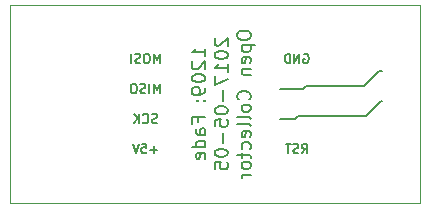
<source format=gbo>
G04 #@! TF.FileFunction,Legend,Bot*
%FSLAX46Y46*%
G04 Gerber Fmt 4.6, Leading zero omitted, Abs format (unit mm)*
G04 Created by KiCad (PCBNEW 4.0.7) date Tue May  8 00:57:31 2018*
%MOMM*%
%LPD*%
G01*
G04 APERTURE LIST*
%ADD10C,0.150000*%
%ADD11C,0.200000*%
%ADD12C,0.127000*%
%ADD13C,0.025400*%
%ADD14C,0.209550*%
G04 APERTURE END LIST*
D10*
D11*
X128143000Y-94234000D02*
X128270000Y-94234000D01*
X126873000Y-95504000D02*
X128143000Y-94234000D01*
X126746000Y-95504000D02*
X126873000Y-95504000D01*
X121158000Y-95504000D02*
X126746000Y-95504000D01*
X120904000Y-95758000D02*
X121158000Y-95504000D01*
X119634000Y-95758000D02*
X120904000Y-95758000D01*
X128016000Y-91694000D02*
X128270000Y-91694000D01*
X126746000Y-92964000D02*
X128016000Y-91694000D01*
X126619000Y-92964000D02*
X126746000Y-92964000D01*
X121793000Y-92964000D02*
X126619000Y-92964000D01*
X121539000Y-93218000D02*
X119634000Y-93218000D01*
X121793000Y-92964000D02*
X121539000Y-93218000D01*
D12*
X121448285Y-98642714D02*
X121702285Y-98279857D01*
X121883713Y-98642714D02*
X121883713Y-97880714D01*
X121593428Y-97880714D01*
X121520856Y-97917000D01*
X121484571Y-97953286D01*
X121448285Y-98025857D01*
X121448285Y-98134714D01*
X121484571Y-98207286D01*
X121520856Y-98243571D01*
X121593428Y-98279857D01*
X121883713Y-98279857D01*
X121157999Y-98606429D02*
X121049142Y-98642714D01*
X120867713Y-98642714D01*
X120795142Y-98606429D01*
X120758856Y-98570143D01*
X120722571Y-98497571D01*
X120722571Y-98425000D01*
X120758856Y-98352429D01*
X120795142Y-98316143D01*
X120867713Y-98279857D01*
X121012856Y-98243571D01*
X121085428Y-98207286D01*
X121121713Y-98171000D01*
X121157999Y-98098429D01*
X121157999Y-98025857D01*
X121121713Y-97953286D01*
X121085428Y-97917000D01*
X121012856Y-97880714D01*
X120831428Y-97880714D01*
X120722571Y-97917000D01*
X120504857Y-97880714D02*
X120069428Y-97880714D01*
X120287142Y-98642714D02*
X120287142Y-97880714D01*
X121611572Y-90297000D02*
X121684143Y-90260714D01*
X121793000Y-90260714D01*
X121901857Y-90297000D01*
X121974429Y-90369571D01*
X122010714Y-90442143D01*
X122047000Y-90587286D01*
X122047000Y-90696143D01*
X122010714Y-90841286D01*
X121974429Y-90913857D01*
X121901857Y-90986429D01*
X121793000Y-91022714D01*
X121720429Y-91022714D01*
X121611572Y-90986429D01*
X121575286Y-90950143D01*
X121575286Y-90696143D01*
X121720429Y-90696143D01*
X121248714Y-91022714D02*
X121248714Y-90260714D01*
X120813286Y-91022714D01*
X120813286Y-90260714D01*
X120450428Y-91022714D02*
X120450428Y-90260714D01*
X120269000Y-90260714D01*
X120160143Y-90297000D01*
X120087571Y-90369571D01*
X120051286Y-90442143D01*
X120015000Y-90587286D01*
X120015000Y-90696143D01*
X120051286Y-90841286D01*
X120087571Y-90913857D01*
X120160143Y-90986429D01*
X120269000Y-91022714D01*
X120450428Y-91022714D01*
X109183714Y-98352429D02*
X108603143Y-98352429D01*
X108893429Y-98642714D02*
X108893429Y-98062143D01*
X107877428Y-97880714D02*
X108240285Y-97880714D01*
X108276571Y-98243571D01*
X108240285Y-98207286D01*
X108167714Y-98171000D01*
X107986285Y-98171000D01*
X107913714Y-98207286D01*
X107877428Y-98243571D01*
X107841143Y-98316143D01*
X107841143Y-98497571D01*
X107877428Y-98570143D01*
X107913714Y-98606429D01*
X107986285Y-98642714D01*
X108167714Y-98642714D01*
X108240285Y-98606429D01*
X108276571Y-98570143D01*
X107623429Y-97880714D02*
X107369429Y-98642714D01*
X107115429Y-97880714D01*
X109183714Y-96066429D02*
X109074857Y-96102714D01*
X108893428Y-96102714D01*
X108820857Y-96066429D01*
X108784571Y-96030143D01*
X108748286Y-95957571D01*
X108748286Y-95885000D01*
X108784571Y-95812429D01*
X108820857Y-95776143D01*
X108893428Y-95739857D01*
X109038571Y-95703571D01*
X109111143Y-95667286D01*
X109147428Y-95631000D01*
X109183714Y-95558429D01*
X109183714Y-95485857D01*
X109147428Y-95413286D01*
X109111143Y-95377000D01*
X109038571Y-95340714D01*
X108857143Y-95340714D01*
X108748286Y-95377000D01*
X107986286Y-96030143D02*
X108022572Y-96066429D01*
X108131429Y-96102714D01*
X108204000Y-96102714D01*
X108312857Y-96066429D01*
X108385429Y-95993857D01*
X108421714Y-95921286D01*
X108458000Y-95776143D01*
X108458000Y-95667286D01*
X108421714Y-95522143D01*
X108385429Y-95449571D01*
X108312857Y-95377000D01*
X108204000Y-95340714D01*
X108131429Y-95340714D01*
X108022572Y-95377000D01*
X107986286Y-95413286D01*
X107659714Y-96102714D02*
X107659714Y-95340714D01*
X107224286Y-96102714D02*
X107550857Y-95667286D01*
X107224286Y-95340714D02*
X107659714Y-95776143D01*
X109401428Y-93562714D02*
X109401428Y-92800714D01*
X109147428Y-93345000D01*
X108893428Y-92800714D01*
X108893428Y-93562714D01*
X108530571Y-93562714D02*
X108530571Y-92800714D01*
X108204000Y-93526429D02*
X108095143Y-93562714D01*
X107913714Y-93562714D01*
X107841143Y-93526429D01*
X107804857Y-93490143D01*
X107768572Y-93417571D01*
X107768572Y-93345000D01*
X107804857Y-93272429D01*
X107841143Y-93236143D01*
X107913714Y-93199857D01*
X108058857Y-93163571D01*
X108131429Y-93127286D01*
X108167714Y-93091000D01*
X108204000Y-93018429D01*
X108204000Y-92945857D01*
X108167714Y-92873286D01*
X108131429Y-92837000D01*
X108058857Y-92800714D01*
X107877429Y-92800714D01*
X107768572Y-92837000D01*
X107296858Y-92800714D02*
X107151715Y-92800714D01*
X107079143Y-92837000D01*
X107006572Y-92909571D01*
X106970286Y-93054714D01*
X106970286Y-93308714D01*
X107006572Y-93453857D01*
X107079143Y-93526429D01*
X107151715Y-93562714D01*
X107296858Y-93562714D01*
X107369429Y-93526429D01*
X107442000Y-93453857D01*
X107478286Y-93308714D01*
X107478286Y-93054714D01*
X107442000Y-92909571D01*
X107369429Y-92837000D01*
X107296858Y-92800714D01*
X109401428Y-91022714D02*
X109401428Y-90260714D01*
X109147428Y-90805000D01*
X108893428Y-90260714D01*
X108893428Y-91022714D01*
X108385429Y-90260714D02*
X108240286Y-90260714D01*
X108167714Y-90297000D01*
X108095143Y-90369571D01*
X108058857Y-90514714D01*
X108058857Y-90768714D01*
X108095143Y-90913857D01*
X108167714Y-90986429D01*
X108240286Y-91022714D01*
X108385429Y-91022714D01*
X108458000Y-90986429D01*
X108530571Y-90913857D01*
X108566857Y-90768714D01*
X108566857Y-90514714D01*
X108530571Y-90369571D01*
X108458000Y-90297000D01*
X108385429Y-90260714D01*
X107768571Y-90986429D02*
X107659714Y-91022714D01*
X107478285Y-91022714D01*
X107405714Y-90986429D01*
X107369428Y-90950143D01*
X107333143Y-90877571D01*
X107333143Y-90805000D01*
X107369428Y-90732429D01*
X107405714Y-90696143D01*
X107478285Y-90659857D01*
X107623428Y-90623571D01*
X107696000Y-90587286D01*
X107732285Y-90551000D01*
X107768571Y-90478429D01*
X107768571Y-90405857D01*
X107732285Y-90333286D01*
X107696000Y-90297000D01*
X107623428Y-90260714D01*
X107442000Y-90260714D01*
X107333143Y-90297000D01*
X107006571Y-91022714D02*
X107006571Y-90260714D01*
D13*
X131445000Y-86106000D02*
X96774000Y-86106000D01*
X96774000Y-102870000D02*
X131445000Y-102870000D01*
X131445000Y-86106000D02*
X131445000Y-102870000D01*
D14*
X113274021Y-90460287D02*
X113274021Y-89807144D01*
X113274021Y-90133716D02*
X112131021Y-90133716D01*
X112294307Y-90024859D01*
X112403164Y-89916001D01*
X112457593Y-89807144D01*
X112239879Y-90895715D02*
X112185450Y-90950144D01*
X112131021Y-91059001D01*
X112131021Y-91331144D01*
X112185450Y-91440001D01*
X112239879Y-91494430D01*
X112348736Y-91548858D01*
X112457593Y-91548858D01*
X112620879Y-91494430D01*
X113274021Y-90841287D01*
X113274021Y-91548858D01*
X112131021Y-92256429D02*
X112131021Y-92365286D01*
X112185450Y-92474143D01*
X112239879Y-92528572D01*
X112348736Y-92583001D01*
X112566450Y-92637429D01*
X112838593Y-92637429D01*
X113056307Y-92583001D01*
X113165164Y-92528572D01*
X113219593Y-92474143D01*
X113274021Y-92365286D01*
X113274021Y-92256429D01*
X113219593Y-92147572D01*
X113165164Y-92093143D01*
X113056307Y-92038715D01*
X112838593Y-91984286D01*
X112566450Y-91984286D01*
X112348736Y-92038715D01*
X112239879Y-92093143D01*
X112185450Y-92147572D01*
X112131021Y-92256429D01*
X113274021Y-93181714D02*
X113274021Y-93399429D01*
X113219593Y-93508286D01*
X113165164Y-93562714D01*
X113001879Y-93671572D01*
X112784164Y-93726000D01*
X112348736Y-93726000D01*
X112239879Y-93671572D01*
X112185450Y-93617143D01*
X112131021Y-93508286D01*
X112131021Y-93290572D01*
X112185450Y-93181714D01*
X112239879Y-93127286D01*
X112348736Y-93072857D01*
X112620879Y-93072857D01*
X112729736Y-93127286D01*
X112784164Y-93181714D01*
X112838593Y-93290572D01*
X112838593Y-93508286D01*
X112784164Y-93617143D01*
X112729736Y-93671572D01*
X112620879Y-93726000D01*
X113165164Y-94215857D02*
X113219593Y-94270285D01*
X113274021Y-94215857D01*
X113219593Y-94161428D01*
X113165164Y-94215857D01*
X113274021Y-94215857D01*
X112566450Y-94215857D02*
X112620879Y-94270285D01*
X112675307Y-94215857D01*
X112620879Y-94161428D01*
X112566450Y-94215857D01*
X112675307Y-94215857D01*
X112675307Y-96012000D02*
X112675307Y-95631000D01*
X113274021Y-95631000D02*
X112131021Y-95631000D01*
X112131021Y-96175286D01*
X113274021Y-97100571D02*
X112675307Y-97100571D01*
X112566450Y-97046142D01*
X112512021Y-96937285D01*
X112512021Y-96719571D01*
X112566450Y-96610714D01*
X113219593Y-97100571D02*
X113274021Y-96991714D01*
X113274021Y-96719571D01*
X113219593Y-96610714D01*
X113110736Y-96556285D01*
X113001879Y-96556285D01*
X112893021Y-96610714D01*
X112838593Y-96719571D01*
X112838593Y-96991714D01*
X112784164Y-97100571D01*
X113274021Y-98134714D02*
X112131021Y-98134714D01*
X113219593Y-98134714D02*
X113274021Y-98025857D01*
X113274021Y-97808143D01*
X113219593Y-97699285D01*
X113165164Y-97644857D01*
X113056307Y-97590428D01*
X112729736Y-97590428D01*
X112620879Y-97644857D01*
X112566450Y-97699285D01*
X112512021Y-97808143D01*
X112512021Y-98025857D01*
X112566450Y-98134714D01*
X113219593Y-99114428D02*
X113274021Y-99005571D01*
X113274021Y-98787857D01*
X113219593Y-98679000D01*
X113110736Y-98624571D01*
X112675307Y-98624571D01*
X112566450Y-98679000D01*
X112512021Y-98787857D01*
X112512021Y-99005571D01*
X112566450Y-99114428D01*
X112675307Y-99168857D01*
X112784164Y-99168857D01*
X112893021Y-98624571D01*
X114163929Y-88936287D02*
X114109500Y-88990716D01*
X114055071Y-89099573D01*
X114055071Y-89371716D01*
X114109500Y-89480573D01*
X114163929Y-89535002D01*
X114272786Y-89589430D01*
X114381643Y-89589430D01*
X114544929Y-89535002D01*
X115198071Y-88881859D01*
X115198071Y-89589430D01*
X114055071Y-90297001D02*
X114055071Y-90405858D01*
X114109500Y-90514715D01*
X114163929Y-90569144D01*
X114272786Y-90623573D01*
X114490500Y-90678001D01*
X114762643Y-90678001D01*
X114980357Y-90623573D01*
X115089214Y-90569144D01*
X115143643Y-90514715D01*
X115198071Y-90405858D01*
X115198071Y-90297001D01*
X115143643Y-90188144D01*
X115089214Y-90133715D01*
X114980357Y-90079287D01*
X114762643Y-90024858D01*
X114490500Y-90024858D01*
X114272786Y-90079287D01*
X114163929Y-90133715D01*
X114109500Y-90188144D01*
X114055071Y-90297001D01*
X115198071Y-91766572D02*
X115198071Y-91113429D01*
X115198071Y-91440001D02*
X114055071Y-91440001D01*
X114218357Y-91331144D01*
X114327214Y-91222286D01*
X114381643Y-91113429D01*
X114055071Y-92147572D02*
X114055071Y-92909572D01*
X115198071Y-92419715D01*
X114762643Y-93345000D02*
X114762643Y-94215857D01*
X114055071Y-94977857D02*
X114055071Y-95086714D01*
X114109500Y-95195571D01*
X114163929Y-95250000D01*
X114272786Y-95304429D01*
X114490500Y-95358857D01*
X114762643Y-95358857D01*
X114980357Y-95304429D01*
X115089214Y-95250000D01*
X115143643Y-95195571D01*
X115198071Y-95086714D01*
X115198071Y-94977857D01*
X115143643Y-94869000D01*
X115089214Y-94814571D01*
X114980357Y-94760143D01*
X114762643Y-94705714D01*
X114490500Y-94705714D01*
X114272786Y-94760143D01*
X114163929Y-94814571D01*
X114109500Y-94869000D01*
X114055071Y-94977857D01*
X114055071Y-96393000D02*
X114055071Y-95848714D01*
X114599357Y-95794285D01*
X114544929Y-95848714D01*
X114490500Y-95957571D01*
X114490500Y-96229714D01*
X114544929Y-96338571D01*
X114599357Y-96393000D01*
X114708214Y-96447428D01*
X114980357Y-96447428D01*
X115089214Y-96393000D01*
X115143643Y-96338571D01*
X115198071Y-96229714D01*
X115198071Y-95957571D01*
X115143643Y-95848714D01*
X115089214Y-95794285D01*
X114762643Y-96937285D02*
X114762643Y-97808142D01*
X114055071Y-98570142D02*
X114055071Y-98678999D01*
X114109500Y-98787856D01*
X114163929Y-98842285D01*
X114272786Y-98896714D01*
X114490500Y-98951142D01*
X114762643Y-98951142D01*
X114980357Y-98896714D01*
X115089214Y-98842285D01*
X115143643Y-98787856D01*
X115198071Y-98678999D01*
X115198071Y-98570142D01*
X115143643Y-98461285D01*
X115089214Y-98406856D01*
X114980357Y-98352428D01*
X114762643Y-98297999D01*
X114490500Y-98297999D01*
X114272786Y-98352428D01*
X114163929Y-98406856D01*
X114109500Y-98461285D01*
X114055071Y-98570142D01*
X114055071Y-99985285D02*
X114055071Y-99440999D01*
X114599357Y-99386570D01*
X114544929Y-99440999D01*
X114490500Y-99549856D01*
X114490500Y-99821999D01*
X114544929Y-99930856D01*
X114599357Y-99985285D01*
X114708214Y-100039713D01*
X114980357Y-100039713D01*
X115089214Y-99985285D01*
X115143643Y-99930856D01*
X115198071Y-99821999D01*
X115198071Y-99549856D01*
X115143643Y-99440999D01*
X115089214Y-99386570D01*
X115979121Y-88555286D02*
X115979121Y-88773000D01*
X116033550Y-88881858D01*
X116142407Y-88990715D01*
X116360121Y-89045143D01*
X116741121Y-89045143D01*
X116958836Y-88990715D01*
X117067693Y-88881858D01*
X117122121Y-88773000D01*
X117122121Y-88555286D01*
X117067693Y-88446429D01*
X116958836Y-88337572D01*
X116741121Y-88283143D01*
X116360121Y-88283143D01*
X116142407Y-88337572D01*
X116033550Y-88446429D01*
X115979121Y-88555286D01*
X116360121Y-89535001D02*
X117503121Y-89535001D01*
X116414550Y-89535001D02*
X116360121Y-89643858D01*
X116360121Y-89861572D01*
X116414550Y-89970429D01*
X116468979Y-90024858D01*
X116577836Y-90079287D01*
X116904407Y-90079287D01*
X117013264Y-90024858D01*
X117067693Y-89970429D01*
X117122121Y-89861572D01*
X117122121Y-89643858D01*
X117067693Y-89535001D01*
X117067693Y-91004572D02*
X117122121Y-90895715D01*
X117122121Y-90678001D01*
X117067693Y-90569144D01*
X116958836Y-90514715D01*
X116523407Y-90514715D01*
X116414550Y-90569144D01*
X116360121Y-90678001D01*
X116360121Y-90895715D01*
X116414550Y-91004572D01*
X116523407Y-91059001D01*
X116632264Y-91059001D01*
X116741121Y-90514715D01*
X116360121Y-91548858D02*
X117122121Y-91548858D01*
X116468979Y-91548858D02*
X116414550Y-91603286D01*
X116360121Y-91712144D01*
X116360121Y-91875429D01*
X116414550Y-91984286D01*
X116523407Y-92038715D01*
X117122121Y-92038715D01*
X117013264Y-94107001D02*
X117067693Y-94052572D01*
X117122121Y-93889286D01*
X117122121Y-93780429D01*
X117067693Y-93617144D01*
X116958836Y-93508286D01*
X116849979Y-93453858D01*
X116632264Y-93399429D01*
X116468979Y-93399429D01*
X116251264Y-93453858D01*
X116142407Y-93508286D01*
X116033550Y-93617144D01*
X115979121Y-93780429D01*
X115979121Y-93889286D01*
X116033550Y-94052572D01*
X116087979Y-94107001D01*
X117122121Y-94760144D02*
X117067693Y-94651286D01*
X117013264Y-94596858D01*
X116904407Y-94542429D01*
X116577836Y-94542429D01*
X116468979Y-94596858D01*
X116414550Y-94651286D01*
X116360121Y-94760144D01*
X116360121Y-94923429D01*
X116414550Y-95032286D01*
X116468979Y-95086715D01*
X116577836Y-95141144D01*
X116904407Y-95141144D01*
X117013264Y-95086715D01*
X117067693Y-95032286D01*
X117122121Y-94923429D01*
X117122121Y-94760144D01*
X117122121Y-95794287D02*
X117067693Y-95685429D01*
X116958836Y-95631001D01*
X115979121Y-95631001D01*
X117122121Y-96393001D02*
X117067693Y-96284143D01*
X116958836Y-96229715D01*
X115979121Y-96229715D01*
X117067693Y-97263857D02*
X117122121Y-97155000D01*
X117122121Y-96937286D01*
X117067693Y-96828429D01*
X116958836Y-96774000D01*
X116523407Y-96774000D01*
X116414550Y-96828429D01*
X116360121Y-96937286D01*
X116360121Y-97155000D01*
X116414550Y-97263857D01*
X116523407Y-97318286D01*
X116632264Y-97318286D01*
X116741121Y-96774000D01*
X117067693Y-98298000D02*
X117122121Y-98189143D01*
X117122121Y-97971429D01*
X117067693Y-97862571D01*
X117013264Y-97808143D01*
X116904407Y-97753714D01*
X116577836Y-97753714D01*
X116468979Y-97808143D01*
X116414550Y-97862571D01*
X116360121Y-97971429D01*
X116360121Y-98189143D01*
X116414550Y-98298000D01*
X116360121Y-98624571D02*
X116360121Y-99060000D01*
X115979121Y-98787857D02*
X116958836Y-98787857D01*
X117067693Y-98842285D01*
X117122121Y-98951143D01*
X117122121Y-99060000D01*
X117122121Y-99604286D02*
X117067693Y-99495428D01*
X117013264Y-99441000D01*
X116904407Y-99386571D01*
X116577836Y-99386571D01*
X116468979Y-99441000D01*
X116414550Y-99495428D01*
X116360121Y-99604286D01*
X116360121Y-99767571D01*
X116414550Y-99876428D01*
X116468979Y-99930857D01*
X116577836Y-99985286D01*
X116904407Y-99985286D01*
X117013264Y-99930857D01*
X117067693Y-99876428D01*
X117122121Y-99767571D01*
X117122121Y-99604286D01*
X117122121Y-100475143D02*
X116360121Y-100475143D01*
X116577836Y-100475143D02*
X116468979Y-100529571D01*
X116414550Y-100584000D01*
X116360121Y-100692857D01*
X116360121Y-100801714D01*
D13*
X96774000Y-102870000D02*
X96774000Y-86106000D01*
M02*

</source>
